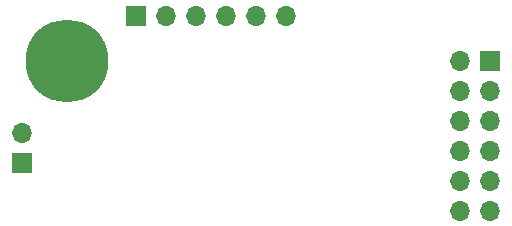
<source format=gbr>
G04 #@! TF.FileFunction,Soldermask,Bot*
%FSLAX46Y46*%
G04 Gerber Fmt 4.6, Leading zero omitted, Abs format (unit mm)*
G04 Created by KiCad (PCBNEW 4.0.5) date 04/03/17 14:36:26*
%MOMM*%
%LPD*%
G01*
G04 APERTURE LIST*
%ADD10C,0.100000*%
%ADD11C,7.000000*%
%ADD12R,1.700000X1.700000*%
%ADD13O,1.700000X1.700000*%
G04 APERTURE END LIST*
D10*
D11*
X158750000Y-105410000D03*
D12*
X154940000Y-114046000D03*
D13*
X154940000Y-111506000D03*
D12*
X194564000Y-105410000D03*
D13*
X192024000Y-105410000D03*
X194564000Y-107950000D03*
X192024000Y-107950000D03*
X194564000Y-110490000D03*
X192024000Y-110490000D03*
X194564000Y-113030000D03*
X192024000Y-113030000D03*
X194564000Y-115570000D03*
X192024000Y-115570000D03*
X194564000Y-118110000D03*
X192024000Y-118110000D03*
D12*
X164592000Y-101600000D03*
D13*
X167132000Y-101600000D03*
X169672000Y-101600000D03*
X172212000Y-101600000D03*
X174752000Y-101600000D03*
X177292000Y-101600000D03*
M02*

</source>
